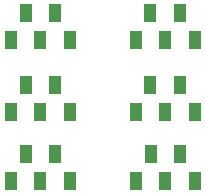
<source format=gbr>
G04 #@! TF.FileFunction,Paste,Bot*
%FSLAX46Y46*%
G04 Gerber Fmt 4.6, Leading zero omitted, Abs format (unit mm)*
G04 Created by KiCad (PCBNEW 4.0.7-e2-6376~58~ubuntu16.04.1) date Tue Jul 31 21:03:08 2018*
%MOMM*%
%LPD*%
G01*
G04 APERTURE LIST*
%ADD10C,0.100000*%
%ADD11R,1.000000X1.500000*%
G04 APERTURE END LIST*
D10*
D11*
X149800000Y-103050000D03*
X147300000Y-103050000D03*
X151060000Y-105350000D03*
X148560000Y-105350000D03*
X146060000Y-105350000D03*
X149790000Y-97160000D03*
X147290000Y-97160000D03*
X151060000Y-99490000D03*
X148560000Y-99490000D03*
X146060000Y-99490000D03*
X149790000Y-91110000D03*
X147290000Y-91110000D03*
X151060000Y-93400000D03*
X148560000Y-93400000D03*
X146060000Y-93400000D03*
X139240000Y-103050000D03*
X136740000Y-103050000D03*
X140470000Y-105340000D03*
X137970000Y-105340000D03*
X135470000Y-105340000D03*
X139240000Y-97170000D03*
X136740000Y-97170000D03*
X140470000Y-99480000D03*
X137970000Y-99480000D03*
X135470000Y-99480000D03*
X139240000Y-91110000D03*
X136740000Y-91110000D03*
X140470000Y-93400000D03*
X137970000Y-93400000D03*
X135470000Y-93400000D03*
M02*

</source>
